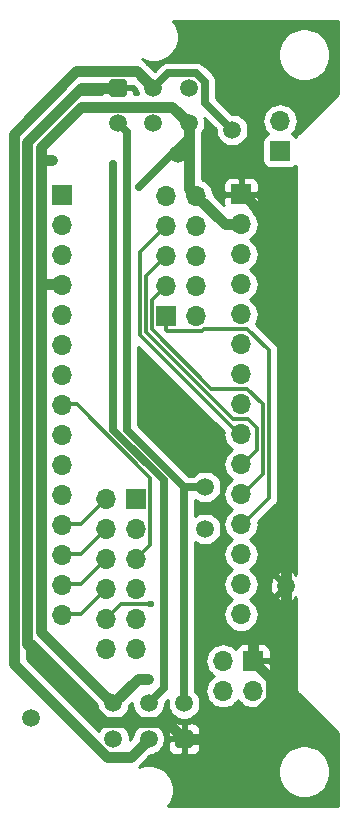
<source format=gbr>
G04 #@! TF.GenerationSoftware,KiCad,Pcbnew,(5.1.4)-1*
G04 #@! TF.CreationDate,2020-11-06T11:21:54-07:00*
G04 #@! TF.ProjectId,ABSIS_Nano,41425349-535f-44e6-916e-6f2e6b696361,1*
G04 #@! TF.SameCoordinates,Original*
G04 #@! TF.FileFunction,Copper,L2,Bot*
G04 #@! TF.FilePolarity,Positive*
%FSLAX46Y46*%
G04 Gerber Fmt 4.6, Leading zero omitted, Abs format (unit mm)*
G04 Created by KiCad (PCBNEW (5.1.4)-1) date 2020-11-06 11:21:54*
%MOMM*%
%LPD*%
G04 APERTURE LIST*
%ADD10O,1.700000X1.700000*%
%ADD11R,1.700000X1.700000*%
%ADD12C,0.100000*%
%ADD13C,1.500000*%
%ADD14C,0.600000*%
%ADD15C,0.914400*%
%ADD16C,0.635000*%
%ADD17C,0.304800*%
%ADD18C,0.254000*%
G04 APERTURE END LIST*
D10*
X139547600Y-106883200D03*
X139547600Y-104343200D03*
X139547600Y-101803200D03*
X139547600Y-99263200D03*
X139547600Y-96723200D03*
X139547600Y-94183200D03*
X139547600Y-91643200D03*
X139547600Y-89103200D03*
X139547600Y-86563200D03*
X139547600Y-84023200D03*
X139547600Y-81483200D03*
X139547600Y-78943200D03*
X139547600Y-76403200D03*
X139547600Y-73863200D03*
D11*
X139547600Y-71323200D03*
D10*
X154686000Y-106807000D03*
X154686000Y-104267000D03*
X154686000Y-101727000D03*
X154686000Y-99187000D03*
X154686000Y-96647000D03*
X154686000Y-94107000D03*
X154686000Y-91567000D03*
X154686000Y-89027000D03*
X154686000Y-86487000D03*
X154686000Y-83947000D03*
X154686000Y-81407000D03*
X154686000Y-78867000D03*
X154686000Y-76327000D03*
X154686000Y-73787000D03*
D11*
X154686000Y-71247000D03*
D12*
G36*
X144796504Y-61481204D02*
G01*
X144820773Y-61484804D01*
X144844571Y-61490765D01*
X144867671Y-61499030D01*
X144889849Y-61509520D01*
X144910893Y-61522133D01*
X144930598Y-61536747D01*
X144948777Y-61553223D01*
X144965253Y-61571402D01*
X144979867Y-61591107D01*
X144992480Y-61612151D01*
X145002970Y-61634329D01*
X145011235Y-61657429D01*
X145017196Y-61681227D01*
X145020796Y-61705496D01*
X145022000Y-61730000D01*
X145022000Y-62730000D01*
X145020796Y-62754504D01*
X145017196Y-62778773D01*
X145011235Y-62802571D01*
X145002970Y-62825671D01*
X144992480Y-62847849D01*
X144979867Y-62868893D01*
X144965253Y-62888598D01*
X144948777Y-62906777D01*
X144930598Y-62923253D01*
X144910893Y-62937867D01*
X144889849Y-62950480D01*
X144867671Y-62960970D01*
X144844571Y-62969235D01*
X144820773Y-62975196D01*
X144796504Y-62978796D01*
X144772000Y-62980000D01*
X143772000Y-62980000D01*
X143747496Y-62978796D01*
X143723227Y-62975196D01*
X143699429Y-62969235D01*
X143676329Y-62960970D01*
X143654151Y-62950480D01*
X143633107Y-62937867D01*
X143613402Y-62923253D01*
X143595223Y-62906777D01*
X143578747Y-62888598D01*
X143564133Y-62868893D01*
X143551520Y-62847849D01*
X143541030Y-62825671D01*
X143532765Y-62802571D01*
X143526804Y-62778773D01*
X143523204Y-62754504D01*
X143522000Y-62730000D01*
X143522000Y-61730000D01*
X143523204Y-61705496D01*
X143526804Y-61681227D01*
X143532765Y-61657429D01*
X143541030Y-61634329D01*
X143551520Y-61612151D01*
X143564133Y-61591107D01*
X143578747Y-61571402D01*
X143595223Y-61553223D01*
X143613402Y-61536747D01*
X143633107Y-61522133D01*
X143654151Y-61509520D01*
X143676329Y-61499030D01*
X143699429Y-61490765D01*
X143723227Y-61484804D01*
X143747496Y-61481204D01*
X143772000Y-61480000D01*
X144772000Y-61480000D01*
X144796504Y-61481204D01*
X144796504Y-61481204D01*
G37*
D13*
X144272000Y-62230000D03*
X147272000Y-62230000D03*
X150272000Y-62230000D03*
X144272000Y-65230000D03*
X147272000Y-65230000D03*
X150272000Y-65230000D03*
X143860000Y-114348000D03*
X146860000Y-114348000D03*
X149860000Y-114348000D03*
X143860000Y-117348000D03*
X146860000Y-117348000D03*
D12*
G36*
X150384504Y-116599204D02*
G01*
X150408773Y-116602804D01*
X150432571Y-116608765D01*
X150455671Y-116617030D01*
X150477849Y-116627520D01*
X150498893Y-116640133D01*
X150518598Y-116654747D01*
X150536777Y-116671223D01*
X150553253Y-116689402D01*
X150567867Y-116709107D01*
X150580480Y-116730151D01*
X150590970Y-116752329D01*
X150599235Y-116775429D01*
X150605196Y-116799227D01*
X150608796Y-116823496D01*
X150610000Y-116848000D01*
X150610000Y-117848000D01*
X150608796Y-117872504D01*
X150605196Y-117896773D01*
X150599235Y-117920571D01*
X150590970Y-117943671D01*
X150580480Y-117965849D01*
X150567867Y-117986893D01*
X150553253Y-118006598D01*
X150536777Y-118024777D01*
X150518598Y-118041253D01*
X150498893Y-118055867D01*
X150477849Y-118068480D01*
X150455671Y-118078970D01*
X150432571Y-118087235D01*
X150408773Y-118093196D01*
X150384504Y-118096796D01*
X150360000Y-118098000D01*
X149360000Y-118098000D01*
X149335496Y-118096796D01*
X149311227Y-118093196D01*
X149287429Y-118087235D01*
X149264329Y-118078970D01*
X149242151Y-118068480D01*
X149221107Y-118055867D01*
X149201402Y-118041253D01*
X149183223Y-118024777D01*
X149166747Y-118006598D01*
X149152133Y-117986893D01*
X149139520Y-117965849D01*
X149129030Y-117943671D01*
X149120765Y-117920571D01*
X149114804Y-117896773D01*
X149111204Y-117872504D01*
X149110000Y-117848000D01*
X149110000Y-116848000D01*
X149111204Y-116823496D01*
X149114804Y-116799227D01*
X149120765Y-116775429D01*
X149129030Y-116752329D01*
X149139520Y-116730151D01*
X149152133Y-116709107D01*
X149166747Y-116689402D01*
X149183223Y-116671223D01*
X149201402Y-116654747D01*
X149221107Y-116640133D01*
X149242151Y-116627520D01*
X149264329Y-116617030D01*
X149287429Y-116608765D01*
X149311227Y-116602804D01*
X149335496Y-116599204D01*
X149360000Y-116598000D01*
X150360000Y-116598000D01*
X150384504Y-116599204D01*
X150384504Y-116599204D01*
G37*
D13*
X149860000Y-117348000D03*
D11*
X145796000Y-97028000D03*
D10*
X143256000Y-97028000D03*
X145796000Y-99568000D03*
X143256000Y-99568000D03*
X145796000Y-102108000D03*
X143256000Y-102108000D03*
X145796000Y-104648000D03*
X143256000Y-104648000D03*
X145796000Y-107188000D03*
X143256000Y-107188000D03*
X145796000Y-109728000D03*
X143256000Y-109728000D03*
D11*
X148336000Y-81534000D03*
D10*
X150876000Y-81534000D03*
X148336000Y-78994000D03*
X150876000Y-78994000D03*
X148336000Y-76454000D03*
X150876000Y-76454000D03*
X148336000Y-73914000D03*
X150876000Y-73914000D03*
X148336000Y-71374000D03*
X150876000Y-71374000D03*
D11*
X155702000Y-110744000D03*
D10*
X153162000Y-110744000D03*
X155702000Y-113284000D03*
X153162000Y-113284000D03*
D11*
X157988000Y-67564000D03*
D10*
X157988000Y-65024000D03*
D13*
X158496000Y-104394000D03*
X153924000Y-65786000D03*
X136906000Y-115570000D03*
X149352000Y-67818000D03*
X151638000Y-96012000D03*
X151638000Y-99568000D03*
D14*
X146812000Y-112268000D03*
X138684000Y-68326000D03*
X147066000Y-105918000D03*
X145034000Y-69088000D03*
X143843000Y-68659000D03*
X148127501Y-99522499D03*
D15*
X148864799Y-63822799D02*
X141155201Y-63822799D01*
X150272000Y-65230000D02*
X148864799Y-63822799D01*
X143110001Y-113598001D02*
X143860000Y-114348000D01*
X137772790Y-108260790D02*
X143110001Y-113598001D01*
X141155201Y-63822799D02*
X137772790Y-67205210D01*
X145940000Y-112268000D02*
X143860000Y-114348000D01*
X146812000Y-112268000D02*
X145940000Y-112268000D01*
X153289000Y-73787000D02*
X150876000Y-71374000D01*
X154686000Y-73787000D02*
X153289000Y-73787000D01*
X150272000Y-70770000D02*
X150876000Y-71374000D01*
D16*
X150272000Y-65230000D02*
X150272000Y-66390000D01*
X150272000Y-66390000D02*
X146968499Y-69693501D01*
X146968499Y-69693501D02*
X146050000Y-70612000D01*
D15*
X137795000Y-78867000D02*
X137772790Y-78844790D01*
X139446000Y-78867000D02*
X137795000Y-78867000D01*
X137772790Y-78844790D02*
X137772790Y-108260790D01*
X137922000Y-68326000D02*
X137772790Y-68176790D01*
X138684000Y-68326000D02*
X137922000Y-68326000D01*
X137772790Y-67205210D02*
X137772790Y-68176790D01*
X137772790Y-68176790D02*
X137772790Y-78844790D01*
D16*
X150176000Y-67818000D02*
X150272000Y-67914000D01*
X149352000Y-67818000D02*
X150176000Y-67818000D01*
D15*
X150272000Y-65230000D02*
X150272000Y-67914000D01*
X150272000Y-67914000D02*
X150272000Y-70770000D01*
D17*
X146645999Y-101258001D02*
X145796000Y-102108000D01*
X146998401Y-100905599D02*
X146645999Y-101258001D01*
X146998401Y-95258601D02*
X146998401Y-100905599D01*
X139446000Y-89027000D02*
X140766800Y-89027000D01*
X140766800Y-89027000D02*
X146998401Y-95258601D01*
X141097000Y-99187000D02*
X143256000Y-97028000D01*
X139446000Y-99187000D02*
X141097000Y-99187000D01*
X141097000Y-101727000D02*
X143256000Y-99568000D01*
X139446000Y-101727000D02*
X141097000Y-101727000D01*
X154533600Y-91567000D02*
X146123978Y-83157378D01*
X154686000Y-91567000D02*
X154533600Y-91567000D01*
X147486001Y-74763999D02*
X148336000Y-73914000D01*
X146123978Y-76126022D02*
X147486001Y-74763999D01*
X146123978Y-83157378D02*
X146123978Y-76126022D01*
X156054408Y-92890992D02*
X156054408Y-91030408D01*
X146628788Y-78161212D02*
X147486001Y-77303999D01*
X147486001Y-77303999D02*
X148336000Y-76454000D01*
X146628788Y-82875020D02*
X146628788Y-78161212D01*
X155267010Y-90243010D02*
X153996778Y-90243010D01*
X153996778Y-90243010D02*
X146628788Y-82875020D01*
X156054408Y-91030408D02*
X155267010Y-90243010D01*
X154838400Y-94107000D02*
X156054408Y-92890992D01*
X154686000Y-94107000D02*
X154838400Y-94107000D01*
X154838400Y-96647000D02*
X156559219Y-94926181D01*
X156559219Y-89028122D02*
X155234107Y-87703010D01*
X155234107Y-87703010D02*
X152170688Y-87703010D01*
X152170688Y-87703010D02*
X147133599Y-82665921D01*
X156559219Y-94926181D02*
X156559219Y-89028122D01*
X147486001Y-79843999D02*
X148336000Y-78994000D01*
X154686000Y-96647000D02*
X154838400Y-96647000D01*
X147133599Y-80196401D02*
X147486001Y-79843999D01*
X147133599Y-82665921D02*
X147133599Y-80196401D01*
X157064030Y-84452933D02*
X155234107Y-82623010D01*
X157064030Y-96961370D02*
X157064030Y-84452933D01*
X154838400Y-99187000D02*
X157064030Y-96961370D01*
X154686000Y-99187000D02*
X154838400Y-99187000D01*
X151566544Y-82623010D02*
X151385554Y-82804000D01*
X155234107Y-82623010D02*
X151566544Y-82623010D01*
X148336000Y-82688800D02*
X148336000Y-81534000D01*
X148451200Y-82804000D02*
X148336000Y-82688800D01*
X151385554Y-82804000D02*
X148451200Y-82804000D01*
X144526000Y-105918000D02*
X143256000Y-107188000D01*
X147066000Y-105918000D02*
X144526000Y-105918000D01*
X141097000Y-104267000D02*
X143256000Y-102108000D01*
X139446000Y-104267000D02*
X141097000Y-104267000D01*
X141097000Y-106807000D02*
X143256000Y-104648000D01*
X139446000Y-106807000D02*
X141097000Y-106807000D01*
D15*
X141171986Y-62230000D02*
X136553590Y-66848396D01*
X136553590Y-66848396D02*
X136553590Y-109309846D01*
X143184543Y-115940799D02*
X148452799Y-115940799D01*
X149112513Y-116600513D02*
X149860000Y-117348000D01*
X148452799Y-115940799D02*
X149112513Y-116600513D01*
X136553590Y-109309846D02*
X143184543Y-115940799D01*
X144272000Y-62230000D02*
X141171986Y-62230000D01*
X157209201Y-112251201D02*
X155702000Y-110744000D01*
X157209201Y-114007457D02*
X157209201Y-112251201D01*
X153868658Y-117348000D02*
X157209201Y-114007457D01*
X149860000Y-117348000D02*
X153868658Y-117348000D01*
X155702000Y-108979600D02*
X158496000Y-106185600D01*
X155702000Y-110744000D02*
X155702000Y-108979600D01*
X154838400Y-71247000D02*
X154686000Y-71247000D01*
X158496000Y-74904600D02*
X154838400Y-71247000D01*
X158496000Y-106185600D02*
X158496000Y-74904600D01*
X140749181Y-60822790D02*
X135439179Y-66132792D01*
X135439179Y-66132792D02*
X135439179Y-111009837D01*
X135439179Y-111009837D02*
X143301342Y-118872000D01*
X145864790Y-60822790D02*
X140749181Y-60822790D01*
X145336000Y-118872000D02*
X146110001Y-118097999D01*
X146110001Y-118097999D02*
X146860000Y-117348000D01*
X147272000Y-62230000D02*
X145864790Y-60822790D01*
X143301342Y-118872000D02*
X145336000Y-118872000D01*
D16*
X148021999Y-61480001D02*
X147272000Y-62230000D01*
X148539501Y-60962499D02*
X148021999Y-61480001D01*
X150880401Y-60962499D02*
X148539501Y-60962499D01*
X151635501Y-61717599D02*
X150880401Y-60962499D01*
X151635501Y-63497501D02*
X151635501Y-61717599D01*
X153924000Y-65786000D02*
X151635501Y-63497501D01*
X145034000Y-65992000D02*
X144272000Y-65230000D01*
X145034000Y-69088000D02*
X145034000Y-65992000D01*
X149860000Y-113287340D02*
X149860000Y-114348000D01*
X149860000Y-95991920D02*
X149860000Y-113287340D01*
X145034000Y-91165920D02*
X149860000Y-95991920D01*
X145034000Y-69088000D02*
X145034000Y-91165920D01*
X149880080Y-96012000D02*
X149860000Y-95991920D01*
X151638000Y-96012000D02*
X149880080Y-96012000D01*
X143843000Y-68659000D02*
X143843000Y-91155804D01*
X143843000Y-91155804D02*
X148127501Y-95440305D01*
X148127501Y-95440305D02*
X148127501Y-113080499D01*
X147609999Y-113598001D02*
X146860000Y-114348000D01*
X148127501Y-113080499D02*
X147609999Y-113598001D01*
D18*
G36*
X162891001Y-62708263D02*
G01*
X159559418Y-66039846D01*
X159533289Y-66061290D01*
X159511846Y-66087418D01*
X159511840Y-66087424D01*
X159481415Y-66124498D01*
X159447688Y-66165594D01*
X159384081Y-66284595D01*
X159377649Y-66305799D01*
X159363295Y-66353118D01*
X159289185Y-66262815D01*
X159192494Y-66183463D01*
X159082180Y-66124498D01*
X159013313Y-66103607D01*
X159043134Y-66079134D01*
X159228706Y-65853014D01*
X159366599Y-65595034D01*
X159451513Y-65315111D01*
X159480185Y-65024000D01*
X159451513Y-64732889D01*
X159366599Y-64452966D01*
X159228706Y-64194986D01*
X159043134Y-63968866D01*
X158817014Y-63783294D01*
X158559034Y-63645401D01*
X158279111Y-63560487D01*
X158060950Y-63539000D01*
X157915050Y-63539000D01*
X157696889Y-63560487D01*
X157416966Y-63645401D01*
X157158986Y-63783294D01*
X156932866Y-63968866D01*
X156747294Y-64194986D01*
X156609401Y-64452966D01*
X156524487Y-64732889D01*
X156495815Y-65024000D01*
X156524487Y-65315111D01*
X156609401Y-65595034D01*
X156747294Y-65853014D01*
X156932866Y-66079134D01*
X156962687Y-66103607D01*
X156893820Y-66124498D01*
X156783506Y-66183463D01*
X156686815Y-66262815D01*
X156607463Y-66359506D01*
X156548498Y-66469820D01*
X156512188Y-66589518D01*
X156499928Y-66714000D01*
X156499928Y-68414000D01*
X156512188Y-68538482D01*
X156548498Y-68658180D01*
X156607463Y-68768494D01*
X156686815Y-68865185D01*
X156783506Y-68944537D01*
X156893820Y-69003502D01*
X157013518Y-69039812D01*
X157138000Y-69052072D01*
X158838000Y-69052072D01*
X158962482Y-69039812D01*
X159082180Y-69003502D01*
X159192494Y-68944537D01*
X159289185Y-68865185D01*
X159335000Y-68809359D01*
X159335001Y-103375391D01*
X159273387Y-103437005D01*
X159207863Y-103198140D01*
X158960884Y-103082240D01*
X158696040Y-103016750D01*
X158423508Y-103004188D01*
X158153762Y-103045035D01*
X157897168Y-103137723D01*
X157784137Y-103198140D01*
X157718612Y-103437007D01*
X158496000Y-104214395D01*
X158510143Y-104200253D01*
X158689748Y-104379858D01*
X158675605Y-104394000D01*
X158689748Y-104408143D01*
X158510143Y-104587748D01*
X158496000Y-104573605D01*
X157718612Y-105350993D01*
X157784137Y-105589860D01*
X158031116Y-105705760D01*
X158295960Y-105771250D01*
X158568492Y-105783812D01*
X158838238Y-105742965D01*
X159094832Y-105650277D01*
X159207863Y-105589860D01*
X159273387Y-105350995D01*
X159335001Y-105412609D01*
X159335001Y-112996351D01*
X159331687Y-113030000D01*
X159344912Y-113164283D01*
X159380605Y-113281943D01*
X159384082Y-113293406D01*
X159447689Y-113412407D01*
X159472175Y-113442243D01*
X159511840Y-113490576D01*
X159511847Y-113490583D01*
X159533290Y-113516711D01*
X159559418Y-113538154D01*
X162891001Y-116869737D01*
X162891000Y-123013000D01*
X148529042Y-123013000D01*
X148752012Y-122679302D01*
X148912953Y-122290756D01*
X148995000Y-121878279D01*
X148995000Y-121457721D01*
X148912953Y-121045244D01*
X148752012Y-120656698D01*
X148518363Y-120307017D01*
X148220983Y-120009637D01*
X148089634Y-119921872D01*
X157785000Y-119921872D01*
X157785000Y-120362128D01*
X157870890Y-120793925D01*
X158039369Y-121200669D01*
X158283962Y-121566729D01*
X158595271Y-121878038D01*
X158961331Y-122122631D01*
X159368075Y-122291110D01*
X159799872Y-122377000D01*
X160240128Y-122377000D01*
X160671925Y-122291110D01*
X161078669Y-122122631D01*
X161444729Y-121878038D01*
X161756038Y-121566729D01*
X162000631Y-121200669D01*
X162169110Y-120793925D01*
X162255000Y-120362128D01*
X162255000Y-119921872D01*
X162169110Y-119490075D01*
X162000631Y-119083331D01*
X161756038Y-118717271D01*
X161444729Y-118405962D01*
X161078669Y-118161369D01*
X160671925Y-117992890D01*
X160240128Y-117907000D01*
X159799872Y-117907000D01*
X159368075Y-117992890D01*
X158961331Y-118161369D01*
X158595271Y-118405962D01*
X158283962Y-118717271D01*
X158039369Y-119083331D01*
X157870890Y-119490075D01*
X157785000Y-119921872D01*
X148089634Y-119921872D01*
X147871302Y-119775988D01*
X147482756Y-119615047D01*
X147070279Y-119533000D01*
X146649721Y-119533000D01*
X146237244Y-119615047D01*
X146065611Y-119686140D01*
X146112038Y-119648038D01*
X146146239Y-119606364D01*
X146920238Y-118832366D01*
X146920242Y-118832361D01*
X147025362Y-118727241D01*
X147263989Y-118679775D01*
X147516043Y-118575371D01*
X147742886Y-118423799D01*
X147935799Y-118230886D01*
X148024590Y-118098000D01*
X148471928Y-118098000D01*
X148484188Y-118222482D01*
X148520498Y-118342180D01*
X148579463Y-118452494D01*
X148658815Y-118549185D01*
X148755506Y-118628537D01*
X148865820Y-118687502D01*
X148985518Y-118723812D01*
X149110000Y-118736072D01*
X149574250Y-118733000D01*
X149733000Y-118574250D01*
X149733000Y-117475000D01*
X149987000Y-117475000D01*
X149987000Y-118574250D01*
X150145750Y-118733000D01*
X150610000Y-118736072D01*
X150734482Y-118723812D01*
X150854180Y-118687502D01*
X150964494Y-118628537D01*
X151061185Y-118549185D01*
X151140537Y-118452494D01*
X151199502Y-118342180D01*
X151235812Y-118222482D01*
X151248072Y-118098000D01*
X151245000Y-117633750D01*
X151086250Y-117475000D01*
X149987000Y-117475000D01*
X149733000Y-117475000D01*
X148633750Y-117475000D01*
X148475000Y-117633750D01*
X148471928Y-118098000D01*
X148024590Y-118098000D01*
X148087371Y-118004043D01*
X148191775Y-117751989D01*
X148245000Y-117484411D01*
X148245000Y-117211589D01*
X148191775Y-116944011D01*
X148087371Y-116691957D01*
X148024591Y-116598000D01*
X148471928Y-116598000D01*
X148475000Y-117062250D01*
X148633750Y-117221000D01*
X149733000Y-117221000D01*
X149733000Y-116121750D01*
X149987000Y-116121750D01*
X149987000Y-117221000D01*
X151086250Y-117221000D01*
X151245000Y-117062250D01*
X151248072Y-116598000D01*
X151235812Y-116473518D01*
X151199502Y-116353820D01*
X151140537Y-116243506D01*
X151061185Y-116146815D01*
X150964494Y-116067463D01*
X150854180Y-116008498D01*
X150734482Y-115972188D01*
X150610000Y-115959928D01*
X150145750Y-115963000D01*
X149987000Y-116121750D01*
X149733000Y-116121750D01*
X149574250Y-115963000D01*
X149110000Y-115959928D01*
X148985518Y-115972188D01*
X148865820Y-116008498D01*
X148755506Y-116067463D01*
X148658815Y-116146815D01*
X148579463Y-116243506D01*
X148520498Y-116353820D01*
X148484188Y-116473518D01*
X148471928Y-116598000D01*
X148024591Y-116598000D01*
X147935799Y-116465114D01*
X147742886Y-116272201D01*
X147516043Y-116120629D01*
X147263989Y-116016225D01*
X146996411Y-115963000D01*
X146723589Y-115963000D01*
X146456011Y-116016225D01*
X146203957Y-116120629D01*
X145977114Y-116272201D01*
X145784201Y-116465114D01*
X145632629Y-116691957D01*
X145528225Y-116944011D01*
X145480759Y-117182638D01*
X145375639Y-117287758D01*
X145375634Y-117287762D01*
X145245000Y-117418396D01*
X145245000Y-117211589D01*
X145191775Y-116944011D01*
X145087371Y-116691957D01*
X144935799Y-116465114D01*
X144742886Y-116272201D01*
X144516043Y-116120629D01*
X144263989Y-116016225D01*
X143996411Y-115963000D01*
X143723589Y-115963000D01*
X143456011Y-116016225D01*
X143203957Y-116120629D01*
X142977114Y-116272201D01*
X142784201Y-116465114D01*
X142645957Y-116672011D01*
X136531379Y-110557434D01*
X136531379Y-66585195D01*
X141201585Y-61914990D01*
X142886806Y-61914990D01*
X142887000Y-61944250D01*
X143045750Y-62103000D01*
X144145000Y-62103000D01*
X144145000Y-62083000D01*
X144399000Y-62083000D01*
X144399000Y-62103000D01*
X145498250Y-62103000D01*
X145549323Y-62051927D01*
X145892759Y-62395362D01*
X145940225Y-62633989D01*
X145980242Y-62730599D01*
X145658422Y-62730599D01*
X145657000Y-62515750D01*
X145498250Y-62357000D01*
X144399000Y-62357000D01*
X144399000Y-62377000D01*
X144145000Y-62377000D01*
X144145000Y-62357000D01*
X143045750Y-62357000D01*
X142887000Y-62515750D01*
X142885578Y-62730599D01*
X141208842Y-62730599D01*
X141155201Y-62725316D01*
X141101560Y-62730599D01*
X141101552Y-62730599D01*
X140941092Y-62746403D01*
X140735212Y-62808856D01*
X140545472Y-62910274D01*
X140428784Y-63006038D01*
X140379163Y-63046761D01*
X140344966Y-63088430D01*
X137038427Y-66394970D01*
X136996752Y-66429172D01*
X136860265Y-66595481D01*
X136774323Y-66756269D01*
X136758847Y-66785222D01*
X136709133Y-66949108D01*
X136696394Y-66991102D01*
X136680590Y-67151562D01*
X136680590Y-67151569D01*
X136675307Y-67205210D01*
X136680590Y-67258851D01*
X136680590Y-68123149D01*
X136675307Y-68176790D01*
X136680590Y-68230432D01*
X136680591Y-78791132D01*
X136680590Y-78791142D01*
X136680590Y-78791149D01*
X136675307Y-78844790D01*
X136680590Y-78898432D01*
X136680591Y-108207138D01*
X136675307Y-108260790D01*
X136696394Y-108474899D01*
X136758847Y-108680778D01*
X136758848Y-108680779D01*
X136860266Y-108870519D01*
X136996753Y-109036828D01*
X137038422Y-109071025D01*
X142375634Y-114408238D01*
X142375639Y-114408242D01*
X142480759Y-114513362D01*
X142528225Y-114751989D01*
X142632629Y-115004043D01*
X142784201Y-115230886D01*
X142977114Y-115423799D01*
X143203957Y-115575371D01*
X143456011Y-115679775D01*
X143723589Y-115733000D01*
X143996411Y-115733000D01*
X144263989Y-115679775D01*
X144516043Y-115575371D01*
X144742886Y-115423799D01*
X144935799Y-115230886D01*
X145087371Y-115004043D01*
X145191775Y-114751989D01*
X145239241Y-114513362D01*
X145475000Y-114277603D01*
X145475000Y-114484411D01*
X145528225Y-114751989D01*
X145632629Y-115004043D01*
X145784201Y-115230886D01*
X145977114Y-115423799D01*
X146203957Y-115575371D01*
X146456011Y-115679775D01*
X146723589Y-115733000D01*
X146996411Y-115733000D01*
X147263989Y-115679775D01*
X147516043Y-115575371D01*
X147742886Y-115423799D01*
X147935799Y-115230886D01*
X148087371Y-115004043D01*
X148191775Y-114751989D01*
X148245000Y-114484411D01*
X148245000Y-114310039D01*
X148316600Y-114238439D01*
X148316605Y-114238433D01*
X148507665Y-114047373D01*
X148475000Y-114211589D01*
X148475000Y-114484411D01*
X148528225Y-114751989D01*
X148632629Y-115004043D01*
X148784201Y-115230886D01*
X148977114Y-115423799D01*
X149203957Y-115575371D01*
X149456011Y-115679775D01*
X149723589Y-115733000D01*
X149996411Y-115733000D01*
X150263989Y-115679775D01*
X150516043Y-115575371D01*
X150742886Y-115423799D01*
X150935799Y-115230886D01*
X151087371Y-115004043D01*
X151191775Y-114751989D01*
X151245000Y-114484411D01*
X151245000Y-114211589D01*
X151191775Y-113944011D01*
X151087371Y-113691957D01*
X150935799Y-113465114D01*
X150812500Y-113341815D01*
X150812500Y-110744000D01*
X151669815Y-110744000D01*
X151698487Y-111035111D01*
X151783401Y-111315034D01*
X151921294Y-111573014D01*
X152106866Y-111799134D01*
X152332986Y-111984706D01*
X152387791Y-112014000D01*
X152332986Y-112043294D01*
X152106866Y-112228866D01*
X151921294Y-112454986D01*
X151783401Y-112712966D01*
X151698487Y-112992889D01*
X151669815Y-113284000D01*
X151698487Y-113575111D01*
X151783401Y-113855034D01*
X151921294Y-114113014D01*
X152106866Y-114339134D01*
X152332986Y-114524706D01*
X152590966Y-114662599D01*
X152870889Y-114747513D01*
X153089050Y-114769000D01*
X153234950Y-114769000D01*
X153453111Y-114747513D01*
X153733034Y-114662599D01*
X153991014Y-114524706D01*
X154217134Y-114339134D01*
X154402706Y-114113014D01*
X154432000Y-114058209D01*
X154461294Y-114113014D01*
X154646866Y-114339134D01*
X154872986Y-114524706D01*
X155130966Y-114662599D01*
X155410889Y-114747513D01*
X155629050Y-114769000D01*
X155774950Y-114769000D01*
X155993111Y-114747513D01*
X156273034Y-114662599D01*
X156531014Y-114524706D01*
X156757134Y-114339134D01*
X156942706Y-114113014D01*
X157080599Y-113855034D01*
X157165513Y-113575111D01*
X157194185Y-113284000D01*
X157165513Y-112992889D01*
X157080599Y-112712966D01*
X156942706Y-112454986D01*
X156757134Y-112228866D01*
X156727313Y-112204393D01*
X156796180Y-112183502D01*
X156906494Y-112124537D01*
X157003185Y-112045185D01*
X157082537Y-111948494D01*
X157141502Y-111838180D01*
X157177812Y-111718482D01*
X157190072Y-111594000D01*
X157187000Y-111029750D01*
X157028250Y-110871000D01*
X155829000Y-110871000D01*
X155829000Y-110891000D01*
X155575000Y-110891000D01*
X155575000Y-110871000D01*
X155555000Y-110871000D01*
X155555000Y-110617000D01*
X155575000Y-110617000D01*
X155575000Y-109417750D01*
X155829000Y-109417750D01*
X155829000Y-110617000D01*
X157028250Y-110617000D01*
X157187000Y-110458250D01*
X157190072Y-109894000D01*
X157177812Y-109769518D01*
X157141502Y-109649820D01*
X157082537Y-109539506D01*
X157003185Y-109442815D01*
X156906494Y-109363463D01*
X156796180Y-109304498D01*
X156676482Y-109268188D01*
X156552000Y-109255928D01*
X155987750Y-109259000D01*
X155829000Y-109417750D01*
X155575000Y-109417750D01*
X155416250Y-109259000D01*
X154852000Y-109255928D01*
X154727518Y-109268188D01*
X154607820Y-109304498D01*
X154497506Y-109363463D01*
X154400815Y-109442815D01*
X154321463Y-109539506D01*
X154262498Y-109649820D01*
X154241607Y-109718687D01*
X154217134Y-109688866D01*
X153991014Y-109503294D01*
X153733034Y-109365401D01*
X153453111Y-109280487D01*
X153234950Y-109259000D01*
X153089050Y-109259000D01*
X152870889Y-109280487D01*
X152590966Y-109365401D01*
X152332986Y-109503294D01*
X152106866Y-109688866D01*
X151921294Y-109914986D01*
X151783401Y-110172966D01*
X151698487Y-110452889D01*
X151669815Y-110744000D01*
X150812500Y-110744000D01*
X150812500Y-100682143D01*
X150981957Y-100795371D01*
X151234011Y-100899775D01*
X151501589Y-100953000D01*
X151774411Y-100953000D01*
X152041989Y-100899775D01*
X152294043Y-100795371D01*
X152520886Y-100643799D01*
X152713799Y-100450886D01*
X152865371Y-100224043D01*
X152969775Y-99971989D01*
X153023000Y-99704411D01*
X153023000Y-99431589D01*
X152969775Y-99164011D01*
X152865371Y-98911957D01*
X152713799Y-98685114D01*
X152520886Y-98492201D01*
X152294043Y-98340629D01*
X152041989Y-98236225D01*
X151774411Y-98183000D01*
X151501589Y-98183000D01*
X151234011Y-98236225D01*
X150981957Y-98340629D01*
X150812500Y-98453857D01*
X150812500Y-97126143D01*
X150981957Y-97239371D01*
X151234011Y-97343775D01*
X151501589Y-97397000D01*
X151774411Y-97397000D01*
X152041989Y-97343775D01*
X152294043Y-97239371D01*
X152520886Y-97087799D01*
X152713799Y-96894886D01*
X152865371Y-96668043D01*
X152969775Y-96415989D01*
X153023000Y-96148411D01*
X153023000Y-95875589D01*
X152969775Y-95608011D01*
X152865371Y-95355957D01*
X152713799Y-95129114D01*
X152520886Y-94936201D01*
X152294043Y-94784629D01*
X152041989Y-94680225D01*
X151774411Y-94627000D01*
X151501589Y-94627000D01*
X151234011Y-94680225D01*
X150981957Y-94784629D01*
X150755114Y-94936201D01*
X150631815Y-95059500D01*
X150274618Y-95059500D01*
X145986500Y-90771382D01*
X145986500Y-84133450D01*
X153214099Y-91361051D01*
X153193815Y-91567000D01*
X153222487Y-91858111D01*
X153307401Y-92138034D01*
X153445294Y-92396014D01*
X153630866Y-92622134D01*
X153856986Y-92807706D01*
X153911791Y-92837000D01*
X153856986Y-92866294D01*
X153630866Y-93051866D01*
X153445294Y-93277986D01*
X153307401Y-93535966D01*
X153222487Y-93815889D01*
X153193815Y-94107000D01*
X153222487Y-94398111D01*
X153307401Y-94678034D01*
X153445294Y-94936014D01*
X153630866Y-95162134D01*
X153856986Y-95347706D01*
X153911791Y-95377000D01*
X153856986Y-95406294D01*
X153630866Y-95591866D01*
X153445294Y-95817986D01*
X153307401Y-96075966D01*
X153222487Y-96355889D01*
X153193815Y-96647000D01*
X153222487Y-96938111D01*
X153307401Y-97218034D01*
X153445294Y-97476014D01*
X153630866Y-97702134D01*
X153856986Y-97887706D01*
X153911791Y-97917000D01*
X153856986Y-97946294D01*
X153630866Y-98131866D01*
X153445294Y-98357986D01*
X153307401Y-98615966D01*
X153222487Y-98895889D01*
X153193815Y-99187000D01*
X153222487Y-99478111D01*
X153307401Y-99758034D01*
X153445294Y-100016014D01*
X153630866Y-100242134D01*
X153856986Y-100427706D01*
X153911791Y-100457000D01*
X153856986Y-100486294D01*
X153630866Y-100671866D01*
X153445294Y-100897986D01*
X153307401Y-101155966D01*
X153222487Y-101435889D01*
X153193815Y-101727000D01*
X153222487Y-102018111D01*
X153307401Y-102298034D01*
X153445294Y-102556014D01*
X153630866Y-102782134D01*
X153856986Y-102967706D01*
X153911791Y-102997000D01*
X153856986Y-103026294D01*
X153630866Y-103211866D01*
X153445294Y-103437986D01*
X153307401Y-103695966D01*
X153222487Y-103975889D01*
X153193815Y-104267000D01*
X153222487Y-104558111D01*
X153307401Y-104838034D01*
X153445294Y-105096014D01*
X153630866Y-105322134D01*
X153856986Y-105507706D01*
X153911791Y-105537000D01*
X153856986Y-105566294D01*
X153630866Y-105751866D01*
X153445294Y-105977986D01*
X153307401Y-106235966D01*
X153222487Y-106515889D01*
X153193815Y-106807000D01*
X153222487Y-107098111D01*
X153307401Y-107378034D01*
X153445294Y-107636014D01*
X153630866Y-107862134D01*
X153856986Y-108047706D01*
X154114966Y-108185599D01*
X154394889Y-108270513D01*
X154613050Y-108292000D01*
X154758950Y-108292000D01*
X154977111Y-108270513D01*
X155257034Y-108185599D01*
X155515014Y-108047706D01*
X155741134Y-107862134D01*
X155926706Y-107636014D01*
X156064599Y-107378034D01*
X156149513Y-107098111D01*
X156178185Y-106807000D01*
X156149513Y-106515889D01*
X156064599Y-106235966D01*
X155926706Y-105977986D01*
X155741134Y-105751866D01*
X155515014Y-105566294D01*
X155460209Y-105537000D01*
X155515014Y-105507706D01*
X155741134Y-105322134D01*
X155926706Y-105096014D01*
X156064599Y-104838034D01*
X156149513Y-104558111D01*
X156158536Y-104466492D01*
X157106188Y-104466492D01*
X157147035Y-104736238D01*
X157239723Y-104992832D01*
X157300140Y-105105863D01*
X157539007Y-105171388D01*
X158316395Y-104394000D01*
X157539007Y-103616612D01*
X157300140Y-103682137D01*
X157184240Y-103929116D01*
X157118750Y-104193960D01*
X157106188Y-104466492D01*
X156158536Y-104466492D01*
X156178185Y-104267000D01*
X156149513Y-103975889D01*
X156064599Y-103695966D01*
X155926706Y-103437986D01*
X155741134Y-103211866D01*
X155515014Y-103026294D01*
X155460209Y-102997000D01*
X155515014Y-102967706D01*
X155741134Y-102782134D01*
X155926706Y-102556014D01*
X156064599Y-102298034D01*
X156149513Y-102018111D01*
X156178185Y-101727000D01*
X156149513Y-101435889D01*
X156064599Y-101155966D01*
X155926706Y-100897986D01*
X155741134Y-100671866D01*
X155515014Y-100486294D01*
X155460209Y-100457000D01*
X155515014Y-100427706D01*
X155741134Y-100242134D01*
X155926706Y-100016014D01*
X156064599Y-99758034D01*
X156149513Y-99478111D01*
X156178185Y-99187000D01*
X156157901Y-98981050D01*
X157593464Y-97545488D01*
X157623499Y-97520839D01*
X157667214Y-97467573D01*
X157721895Y-97400943D01*
X157721897Y-97400941D01*
X157795012Y-97264153D01*
X157840036Y-97115727D01*
X157851430Y-97000043D01*
X157851430Y-97000034D01*
X157855238Y-96961371D01*
X157851430Y-96922708D01*
X157851430Y-84491596D01*
X157855238Y-84452933D01*
X157851430Y-84414270D01*
X157851430Y-84414260D01*
X157840036Y-84298576D01*
X157795012Y-84150150D01*
X157721896Y-84013360D01*
X157667435Y-83947000D01*
X157623499Y-83893464D01*
X157593458Y-83868810D01*
X155938533Y-82213886D01*
X156064599Y-81978034D01*
X156149513Y-81698111D01*
X156178185Y-81407000D01*
X156149513Y-81115889D01*
X156064599Y-80835966D01*
X155926706Y-80577986D01*
X155741134Y-80351866D01*
X155515014Y-80166294D01*
X155460209Y-80137000D01*
X155515014Y-80107706D01*
X155741134Y-79922134D01*
X155926706Y-79696014D01*
X156064599Y-79438034D01*
X156149513Y-79158111D01*
X156178185Y-78867000D01*
X156149513Y-78575889D01*
X156064599Y-78295966D01*
X155926706Y-78037986D01*
X155741134Y-77811866D01*
X155515014Y-77626294D01*
X155460209Y-77597000D01*
X155515014Y-77567706D01*
X155741134Y-77382134D01*
X155926706Y-77156014D01*
X156064599Y-76898034D01*
X156149513Y-76618111D01*
X156178185Y-76327000D01*
X156149513Y-76035889D01*
X156064599Y-75755966D01*
X155926706Y-75497986D01*
X155741134Y-75271866D01*
X155515014Y-75086294D01*
X155460209Y-75057000D01*
X155515014Y-75027706D01*
X155741134Y-74842134D01*
X155926706Y-74616014D01*
X156064599Y-74358034D01*
X156149513Y-74078111D01*
X156178185Y-73787000D01*
X156149513Y-73495889D01*
X156064599Y-73215966D01*
X155926706Y-72957986D01*
X155741134Y-72731866D01*
X155711313Y-72707393D01*
X155780180Y-72686502D01*
X155890494Y-72627537D01*
X155987185Y-72548185D01*
X156066537Y-72451494D01*
X156125502Y-72341180D01*
X156161812Y-72221482D01*
X156174072Y-72097000D01*
X156171000Y-71532750D01*
X156012250Y-71374000D01*
X154813000Y-71374000D01*
X154813000Y-71394000D01*
X154559000Y-71394000D01*
X154559000Y-71374000D01*
X153359750Y-71374000D01*
X153201000Y-71532750D01*
X153197928Y-72097000D01*
X153203863Y-72157259D01*
X152362458Y-71315855D01*
X152339513Y-71082889D01*
X152254599Y-70802966D01*
X152116706Y-70544986D01*
X151995257Y-70397000D01*
X153197928Y-70397000D01*
X153201000Y-70961250D01*
X153359750Y-71120000D01*
X154559000Y-71120000D01*
X154559000Y-69920750D01*
X154813000Y-69920750D01*
X154813000Y-71120000D01*
X156012250Y-71120000D01*
X156171000Y-70961250D01*
X156174072Y-70397000D01*
X156161812Y-70272518D01*
X156125502Y-70152820D01*
X156066537Y-70042506D01*
X155987185Y-69945815D01*
X155890494Y-69866463D01*
X155780180Y-69807498D01*
X155660482Y-69771188D01*
X155536000Y-69758928D01*
X154971750Y-69762000D01*
X154813000Y-69920750D01*
X154559000Y-69920750D01*
X154400250Y-69762000D01*
X153836000Y-69758928D01*
X153711518Y-69771188D01*
X153591820Y-69807498D01*
X153481506Y-69866463D01*
X153384815Y-69945815D01*
X153305463Y-70042506D01*
X153246498Y-70152820D01*
X153210188Y-70272518D01*
X153197928Y-70397000D01*
X151995257Y-70397000D01*
X151931134Y-70318866D01*
X151705014Y-70133294D01*
X151447034Y-69995401D01*
X151364200Y-69970273D01*
X151364200Y-66088340D01*
X151499371Y-65886043D01*
X151603775Y-65633989D01*
X151657000Y-65366411D01*
X151657000Y-65093589D01*
X151603775Y-64826011D01*
X151594443Y-64803481D01*
X152539000Y-65748038D01*
X152539000Y-65922411D01*
X152592225Y-66189989D01*
X152696629Y-66442043D01*
X152848201Y-66668886D01*
X153041114Y-66861799D01*
X153267957Y-67013371D01*
X153520011Y-67117775D01*
X153787589Y-67171000D01*
X154060411Y-67171000D01*
X154327989Y-67117775D01*
X154580043Y-67013371D01*
X154806886Y-66861799D01*
X154999799Y-66668886D01*
X155151371Y-66442043D01*
X155255775Y-66189989D01*
X155309000Y-65922411D01*
X155309000Y-65649589D01*
X155255775Y-65382011D01*
X155151371Y-65129957D01*
X154999799Y-64903114D01*
X154806886Y-64710201D01*
X154580043Y-64558629D01*
X154327989Y-64454225D01*
X154060411Y-64401000D01*
X153886038Y-64401000D01*
X152588001Y-63102963D01*
X152588001Y-61764384D01*
X152592609Y-61717599D01*
X152578461Y-61573957D01*
X152574218Y-61530876D01*
X152539562Y-61416631D01*
X152519753Y-61351329D01*
X152458012Y-61235820D01*
X152431307Y-61185858D01*
X152312279Y-61040821D01*
X152275932Y-61010992D01*
X151587008Y-60322068D01*
X151557179Y-60285721D01*
X151412142Y-60166693D01*
X151246670Y-60078247D01*
X151067124Y-60023782D01*
X150927186Y-60009999D01*
X150880401Y-60005391D01*
X150833616Y-60009999D01*
X148586285Y-60009999D01*
X148539500Y-60005391D01*
X148466785Y-60012553D01*
X148352778Y-60023782D01*
X148173232Y-60078247D01*
X148007760Y-60166693D01*
X147862723Y-60285721D01*
X147832890Y-60322073D01*
X147381567Y-60773395D01*
X147381561Y-60773400D01*
X147370782Y-60784179D01*
X146675030Y-60088427D01*
X146640828Y-60046752D01*
X146474519Y-59910265D01*
X146310878Y-59822797D01*
X146649244Y-59962953D01*
X147061721Y-60045000D01*
X147482279Y-60045000D01*
X147894756Y-59962953D01*
X148283302Y-59802012D01*
X148632983Y-59568363D01*
X148930363Y-59270983D01*
X148967186Y-59215872D01*
X157785000Y-59215872D01*
X157785000Y-59656128D01*
X157870890Y-60087925D01*
X158039369Y-60494669D01*
X158283962Y-60860729D01*
X158595271Y-61172038D01*
X158961331Y-61416631D01*
X159368075Y-61585110D01*
X159799872Y-61671000D01*
X160240128Y-61671000D01*
X160671925Y-61585110D01*
X161078669Y-61416631D01*
X161444729Y-61172038D01*
X161756038Y-60860729D01*
X162000631Y-60494669D01*
X162169110Y-60087925D01*
X162255000Y-59656128D01*
X162255000Y-59215872D01*
X162169110Y-58784075D01*
X162000631Y-58377331D01*
X161756038Y-58011271D01*
X161444729Y-57699962D01*
X161078669Y-57455369D01*
X160671925Y-57286890D01*
X160240128Y-57201000D01*
X159799872Y-57201000D01*
X159368075Y-57286890D01*
X158961331Y-57455369D01*
X158595271Y-57699962D01*
X158283962Y-58011271D01*
X158039369Y-58377331D01*
X157870890Y-58784075D01*
X157785000Y-59215872D01*
X148967186Y-59215872D01*
X149164012Y-58921302D01*
X149324953Y-58532756D01*
X149407000Y-58120279D01*
X149407000Y-57699721D01*
X149324953Y-57287244D01*
X149164012Y-56898698D01*
X148941042Y-56565000D01*
X162891000Y-56565000D01*
X162891001Y-62708263D01*
X162891001Y-62708263D01*
G37*
X162891001Y-62708263D02*
X159559418Y-66039846D01*
X159533289Y-66061290D01*
X159511846Y-66087418D01*
X159511840Y-66087424D01*
X159481415Y-66124498D01*
X159447688Y-66165594D01*
X159384081Y-66284595D01*
X159377649Y-66305799D01*
X159363295Y-66353118D01*
X159289185Y-66262815D01*
X159192494Y-66183463D01*
X159082180Y-66124498D01*
X159013313Y-66103607D01*
X159043134Y-66079134D01*
X159228706Y-65853014D01*
X159366599Y-65595034D01*
X159451513Y-65315111D01*
X159480185Y-65024000D01*
X159451513Y-64732889D01*
X159366599Y-64452966D01*
X159228706Y-64194986D01*
X159043134Y-63968866D01*
X158817014Y-63783294D01*
X158559034Y-63645401D01*
X158279111Y-63560487D01*
X158060950Y-63539000D01*
X157915050Y-63539000D01*
X157696889Y-63560487D01*
X157416966Y-63645401D01*
X157158986Y-63783294D01*
X156932866Y-63968866D01*
X156747294Y-64194986D01*
X156609401Y-64452966D01*
X156524487Y-64732889D01*
X156495815Y-65024000D01*
X156524487Y-65315111D01*
X156609401Y-65595034D01*
X156747294Y-65853014D01*
X156932866Y-66079134D01*
X156962687Y-66103607D01*
X156893820Y-66124498D01*
X156783506Y-66183463D01*
X156686815Y-66262815D01*
X156607463Y-66359506D01*
X156548498Y-66469820D01*
X156512188Y-66589518D01*
X156499928Y-66714000D01*
X156499928Y-68414000D01*
X156512188Y-68538482D01*
X156548498Y-68658180D01*
X156607463Y-68768494D01*
X156686815Y-68865185D01*
X156783506Y-68944537D01*
X156893820Y-69003502D01*
X157013518Y-69039812D01*
X157138000Y-69052072D01*
X158838000Y-69052072D01*
X158962482Y-69039812D01*
X159082180Y-69003502D01*
X159192494Y-68944537D01*
X159289185Y-68865185D01*
X159335000Y-68809359D01*
X159335001Y-103375391D01*
X159273387Y-103437005D01*
X159207863Y-103198140D01*
X158960884Y-103082240D01*
X158696040Y-103016750D01*
X158423508Y-103004188D01*
X158153762Y-103045035D01*
X157897168Y-103137723D01*
X157784137Y-103198140D01*
X157718612Y-103437007D01*
X158496000Y-104214395D01*
X158510143Y-104200253D01*
X158689748Y-104379858D01*
X158675605Y-104394000D01*
X158689748Y-104408143D01*
X158510143Y-104587748D01*
X158496000Y-104573605D01*
X157718612Y-105350993D01*
X157784137Y-105589860D01*
X158031116Y-105705760D01*
X158295960Y-105771250D01*
X158568492Y-105783812D01*
X158838238Y-105742965D01*
X159094832Y-105650277D01*
X159207863Y-105589860D01*
X159273387Y-105350995D01*
X159335001Y-105412609D01*
X159335001Y-112996351D01*
X159331687Y-113030000D01*
X159344912Y-113164283D01*
X159380605Y-113281943D01*
X159384082Y-113293406D01*
X159447689Y-113412407D01*
X159472175Y-113442243D01*
X159511840Y-113490576D01*
X159511847Y-113490583D01*
X159533290Y-113516711D01*
X159559418Y-113538154D01*
X162891001Y-116869737D01*
X162891000Y-123013000D01*
X148529042Y-123013000D01*
X148752012Y-122679302D01*
X148912953Y-122290756D01*
X148995000Y-121878279D01*
X148995000Y-121457721D01*
X148912953Y-121045244D01*
X148752012Y-120656698D01*
X148518363Y-120307017D01*
X148220983Y-120009637D01*
X148089634Y-119921872D01*
X157785000Y-119921872D01*
X157785000Y-120362128D01*
X157870890Y-120793925D01*
X158039369Y-121200669D01*
X158283962Y-121566729D01*
X158595271Y-121878038D01*
X158961331Y-122122631D01*
X159368075Y-122291110D01*
X159799872Y-122377000D01*
X160240128Y-122377000D01*
X160671925Y-122291110D01*
X161078669Y-122122631D01*
X161444729Y-121878038D01*
X161756038Y-121566729D01*
X162000631Y-121200669D01*
X162169110Y-120793925D01*
X162255000Y-120362128D01*
X162255000Y-119921872D01*
X162169110Y-119490075D01*
X162000631Y-119083331D01*
X161756038Y-118717271D01*
X161444729Y-118405962D01*
X161078669Y-118161369D01*
X160671925Y-117992890D01*
X160240128Y-117907000D01*
X159799872Y-117907000D01*
X159368075Y-117992890D01*
X158961331Y-118161369D01*
X158595271Y-118405962D01*
X158283962Y-118717271D01*
X158039369Y-119083331D01*
X157870890Y-119490075D01*
X157785000Y-119921872D01*
X148089634Y-119921872D01*
X147871302Y-119775988D01*
X147482756Y-119615047D01*
X147070279Y-119533000D01*
X146649721Y-119533000D01*
X146237244Y-119615047D01*
X146065611Y-119686140D01*
X146112038Y-119648038D01*
X146146239Y-119606364D01*
X146920238Y-118832366D01*
X146920242Y-118832361D01*
X147025362Y-118727241D01*
X147263989Y-118679775D01*
X147516043Y-118575371D01*
X147742886Y-118423799D01*
X147935799Y-118230886D01*
X148024590Y-118098000D01*
X148471928Y-118098000D01*
X148484188Y-118222482D01*
X148520498Y-118342180D01*
X148579463Y-118452494D01*
X148658815Y-118549185D01*
X148755506Y-118628537D01*
X148865820Y-118687502D01*
X148985518Y-118723812D01*
X149110000Y-118736072D01*
X149574250Y-118733000D01*
X149733000Y-118574250D01*
X149733000Y-117475000D01*
X149987000Y-117475000D01*
X149987000Y-118574250D01*
X150145750Y-118733000D01*
X150610000Y-118736072D01*
X150734482Y-118723812D01*
X150854180Y-118687502D01*
X150964494Y-118628537D01*
X151061185Y-118549185D01*
X151140537Y-118452494D01*
X151199502Y-118342180D01*
X151235812Y-118222482D01*
X151248072Y-118098000D01*
X151245000Y-117633750D01*
X151086250Y-117475000D01*
X149987000Y-117475000D01*
X149733000Y-117475000D01*
X148633750Y-117475000D01*
X148475000Y-117633750D01*
X148471928Y-118098000D01*
X148024590Y-118098000D01*
X148087371Y-118004043D01*
X148191775Y-117751989D01*
X148245000Y-117484411D01*
X148245000Y-117211589D01*
X148191775Y-116944011D01*
X148087371Y-116691957D01*
X148024591Y-116598000D01*
X148471928Y-116598000D01*
X148475000Y-117062250D01*
X148633750Y-117221000D01*
X149733000Y-117221000D01*
X149733000Y-116121750D01*
X149987000Y-116121750D01*
X149987000Y-117221000D01*
X151086250Y-117221000D01*
X151245000Y-117062250D01*
X151248072Y-116598000D01*
X151235812Y-116473518D01*
X151199502Y-116353820D01*
X151140537Y-116243506D01*
X151061185Y-116146815D01*
X150964494Y-116067463D01*
X150854180Y-116008498D01*
X150734482Y-115972188D01*
X150610000Y-115959928D01*
X150145750Y-115963000D01*
X149987000Y-116121750D01*
X149733000Y-116121750D01*
X149574250Y-115963000D01*
X149110000Y-115959928D01*
X148985518Y-115972188D01*
X148865820Y-116008498D01*
X148755506Y-116067463D01*
X148658815Y-116146815D01*
X148579463Y-116243506D01*
X148520498Y-116353820D01*
X148484188Y-116473518D01*
X148471928Y-116598000D01*
X148024591Y-116598000D01*
X147935799Y-116465114D01*
X147742886Y-116272201D01*
X147516043Y-116120629D01*
X147263989Y-116016225D01*
X146996411Y-115963000D01*
X146723589Y-115963000D01*
X146456011Y-116016225D01*
X146203957Y-116120629D01*
X145977114Y-116272201D01*
X145784201Y-116465114D01*
X145632629Y-116691957D01*
X145528225Y-116944011D01*
X145480759Y-117182638D01*
X145375639Y-117287758D01*
X145375634Y-117287762D01*
X145245000Y-117418396D01*
X145245000Y-117211589D01*
X145191775Y-116944011D01*
X145087371Y-116691957D01*
X144935799Y-116465114D01*
X144742886Y-116272201D01*
X144516043Y-116120629D01*
X144263989Y-116016225D01*
X143996411Y-115963000D01*
X143723589Y-115963000D01*
X143456011Y-116016225D01*
X143203957Y-116120629D01*
X142977114Y-116272201D01*
X142784201Y-116465114D01*
X142645957Y-116672011D01*
X136531379Y-110557434D01*
X136531379Y-66585195D01*
X141201585Y-61914990D01*
X142886806Y-61914990D01*
X142887000Y-61944250D01*
X143045750Y-62103000D01*
X144145000Y-62103000D01*
X144145000Y-62083000D01*
X144399000Y-62083000D01*
X144399000Y-62103000D01*
X145498250Y-62103000D01*
X145549323Y-62051927D01*
X145892759Y-62395362D01*
X145940225Y-62633989D01*
X145980242Y-62730599D01*
X145658422Y-62730599D01*
X145657000Y-62515750D01*
X145498250Y-62357000D01*
X144399000Y-62357000D01*
X144399000Y-62377000D01*
X144145000Y-62377000D01*
X144145000Y-62357000D01*
X143045750Y-62357000D01*
X142887000Y-62515750D01*
X142885578Y-62730599D01*
X141208842Y-62730599D01*
X141155201Y-62725316D01*
X141101560Y-62730599D01*
X141101552Y-62730599D01*
X140941092Y-62746403D01*
X140735212Y-62808856D01*
X140545472Y-62910274D01*
X140428784Y-63006038D01*
X140379163Y-63046761D01*
X140344966Y-63088430D01*
X137038427Y-66394970D01*
X136996752Y-66429172D01*
X136860265Y-66595481D01*
X136774323Y-66756269D01*
X136758847Y-66785222D01*
X136709133Y-66949108D01*
X136696394Y-66991102D01*
X136680590Y-67151562D01*
X136680590Y-67151569D01*
X136675307Y-67205210D01*
X136680590Y-67258851D01*
X136680590Y-68123149D01*
X136675307Y-68176790D01*
X136680590Y-68230432D01*
X136680591Y-78791132D01*
X136680590Y-78791142D01*
X136680590Y-78791149D01*
X136675307Y-78844790D01*
X136680590Y-78898432D01*
X136680591Y-108207138D01*
X136675307Y-108260790D01*
X136696394Y-108474899D01*
X136758847Y-108680778D01*
X136758848Y-108680779D01*
X136860266Y-108870519D01*
X136996753Y-109036828D01*
X137038422Y-109071025D01*
X142375634Y-114408238D01*
X142375639Y-114408242D01*
X142480759Y-114513362D01*
X142528225Y-114751989D01*
X142632629Y-115004043D01*
X142784201Y-115230886D01*
X142977114Y-115423799D01*
X143203957Y-115575371D01*
X143456011Y-115679775D01*
X143723589Y-115733000D01*
X143996411Y-115733000D01*
X144263989Y-115679775D01*
X144516043Y-115575371D01*
X144742886Y-115423799D01*
X144935799Y-115230886D01*
X145087371Y-115004043D01*
X145191775Y-114751989D01*
X145239241Y-114513362D01*
X145475000Y-114277603D01*
X145475000Y-114484411D01*
X145528225Y-114751989D01*
X145632629Y-115004043D01*
X145784201Y-115230886D01*
X145977114Y-115423799D01*
X146203957Y-115575371D01*
X146456011Y-115679775D01*
X146723589Y-115733000D01*
X146996411Y-115733000D01*
X147263989Y-115679775D01*
X147516043Y-115575371D01*
X147742886Y-115423799D01*
X147935799Y-115230886D01*
X148087371Y-115004043D01*
X148191775Y-114751989D01*
X148245000Y-114484411D01*
X148245000Y-114310039D01*
X148316600Y-114238439D01*
X148316605Y-114238433D01*
X148507665Y-114047373D01*
X148475000Y-114211589D01*
X148475000Y-114484411D01*
X148528225Y-114751989D01*
X148632629Y-115004043D01*
X148784201Y-115230886D01*
X148977114Y-115423799D01*
X149203957Y-115575371D01*
X149456011Y-115679775D01*
X149723589Y-115733000D01*
X149996411Y-115733000D01*
X150263989Y-115679775D01*
X150516043Y-115575371D01*
X150742886Y-115423799D01*
X150935799Y-115230886D01*
X151087371Y-115004043D01*
X151191775Y-114751989D01*
X151245000Y-114484411D01*
X151245000Y-114211589D01*
X151191775Y-113944011D01*
X151087371Y-113691957D01*
X150935799Y-113465114D01*
X150812500Y-113341815D01*
X150812500Y-110744000D01*
X151669815Y-110744000D01*
X151698487Y-111035111D01*
X151783401Y-111315034D01*
X151921294Y-111573014D01*
X152106866Y-111799134D01*
X152332986Y-111984706D01*
X152387791Y-112014000D01*
X152332986Y-112043294D01*
X152106866Y-112228866D01*
X151921294Y-112454986D01*
X151783401Y-112712966D01*
X151698487Y-112992889D01*
X151669815Y-113284000D01*
X151698487Y-113575111D01*
X151783401Y-113855034D01*
X151921294Y-114113014D01*
X152106866Y-114339134D01*
X152332986Y-114524706D01*
X152590966Y-114662599D01*
X152870889Y-114747513D01*
X153089050Y-114769000D01*
X153234950Y-114769000D01*
X153453111Y-114747513D01*
X153733034Y-114662599D01*
X153991014Y-114524706D01*
X154217134Y-114339134D01*
X154402706Y-114113014D01*
X154432000Y-114058209D01*
X154461294Y-114113014D01*
X154646866Y-114339134D01*
X154872986Y-114524706D01*
X155130966Y-114662599D01*
X155410889Y-114747513D01*
X155629050Y-114769000D01*
X155774950Y-114769000D01*
X155993111Y-114747513D01*
X156273034Y-114662599D01*
X156531014Y-114524706D01*
X156757134Y-114339134D01*
X156942706Y-114113014D01*
X157080599Y-113855034D01*
X157165513Y-113575111D01*
X157194185Y-113284000D01*
X157165513Y-112992889D01*
X157080599Y-112712966D01*
X156942706Y-112454986D01*
X156757134Y-112228866D01*
X156727313Y-112204393D01*
X156796180Y-112183502D01*
X156906494Y-112124537D01*
X157003185Y-112045185D01*
X157082537Y-111948494D01*
X157141502Y-111838180D01*
X157177812Y-111718482D01*
X157190072Y-111594000D01*
X157187000Y-111029750D01*
X157028250Y-110871000D01*
X155829000Y-110871000D01*
X155829000Y-110891000D01*
X155575000Y-110891000D01*
X155575000Y-110871000D01*
X155555000Y-110871000D01*
X155555000Y-110617000D01*
X155575000Y-110617000D01*
X155575000Y-109417750D01*
X155829000Y-109417750D01*
X155829000Y-110617000D01*
X157028250Y-110617000D01*
X157187000Y-110458250D01*
X157190072Y-109894000D01*
X157177812Y-109769518D01*
X157141502Y-109649820D01*
X157082537Y-109539506D01*
X157003185Y-109442815D01*
X156906494Y-109363463D01*
X156796180Y-109304498D01*
X156676482Y-109268188D01*
X156552000Y-109255928D01*
X155987750Y-109259000D01*
X155829000Y-109417750D01*
X155575000Y-109417750D01*
X155416250Y-109259000D01*
X154852000Y-109255928D01*
X154727518Y-109268188D01*
X154607820Y-109304498D01*
X154497506Y-109363463D01*
X154400815Y-109442815D01*
X154321463Y-109539506D01*
X154262498Y-109649820D01*
X154241607Y-109718687D01*
X154217134Y-109688866D01*
X153991014Y-109503294D01*
X153733034Y-109365401D01*
X153453111Y-109280487D01*
X153234950Y-109259000D01*
X153089050Y-109259000D01*
X152870889Y-109280487D01*
X152590966Y-109365401D01*
X152332986Y-109503294D01*
X152106866Y-109688866D01*
X151921294Y-109914986D01*
X151783401Y-110172966D01*
X151698487Y-110452889D01*
X151669815Y-110744000D01*
X150812500Y-110744000D01*
X150812500Y-100682143D01*
X150981957Y-100795371D01*
X151234011Y-100899775D01*
X151501589Y-100953000D01*
X151774411Y-100953000D01*
X152041989Y-100899775D01*
X152294043Y-100795371D01*
X152520886Y-100643799D01*
X152713799Y-100450886D01*
X152865371Y-100224043D01*
X152969775Y-99971989D01*
X153023000Y-99704411D01*
X153023000Y-99431589D01*
X152969775Y-99164011D01*
X152865371Y-98911957D01*
X152713799Y-98685114D01*
X152520886Y-98492201D01*
X152294043Y-98340629D01*
X152041989Y-98236225D01*
X151774411Y-98183000D01*
X151501589Y-98183000D01*
X151234011Y-98236225D01*
X150981957Y-98340629D01*
X150812500Y-98453857D01*
X150812500Y-97126143D01*
X150981957Y-97239371D01*
X151234011Y-97343775D01*
X151501589Y-97397000D01*
X151774411Y-97397000D01*
X152041989Y-97343775D01*
X152294043Y-97239371D01*
X152520886Y-97087799D01*
X152713799Y-96894886D01*
X152865371Y-96668043D01*
X152969775Y-96415989D01*
X153023000Y-96148411D01*
X153023000Y-95875589D01*
X152969775Y-95608011D01*
X152865371Y-95355957D01*
X152713799Y-95129114D01*
X152520886Y-94936201D01*
X152294043Y-94784629D01*
X152041989Y-94680225D01*
X151774411Y-94627000D01*
X151501589Y-94627000D01*
X151234011Y-94680225D01*
X150981957Y-94784629D01*
X150755114Y-94936201D01*
X150631815Y-95059500D01*
X150274618Y-95059500D01*
X145986500Y-90771382D01*
X145986500Y-84133450D01*
X153214099Y-91361051D01*
X153193815Y-91567000D01*
X153222487Y-91858111D01*
X153307401Y-92138034D01*
X153445294Y-92396014D01*
X153630866Y-92622134D01*
X153856986Y-92807706D01*
X153911791Y-92837000D01*
X153856986Y-92866294D01*
X153630866Y-93051866D01*
X153445294Y-93277986D01*
X153307401Y-93535966D01*
X153222487Y-93815889D01*
X153193815Y-94107000D01*
X153222487Y-94398111D01*
X153307401Y-94678034D01*
X153445294Y-94936014D01*
X153630866Y-95162134D01*
X153856986Y-95347706D01*
X153911791Y-95377000D01*
X153856986Y-95406294D01*
X153630866Y-95591866D01*
X153445294Y-95817986D01*
X153307401Y-96075966D01*
X153222487Y-96355889D01*
X153193815Y-96647000D01*
X153222487Y-96938111D01*
X153307401Y-97218034D01*
X153445294Y-97476014D01*
X153630866Y-97702134D01*
X153856986Y-97887706D01*
X153911791Y-97917000D01*
X153856986Y-97946294D01*
X153630866Y-98131866D01*
X153445294Y-98357986D01*
X153307401Y-98615966D01*
X153222487Y-98895889D01*
X153193815Y-99187000D01*
X153222487Y-99478111D01*
X153307401Y-99758034D01*
X153445294Y-100016014D01*
X153630866Y-100242134D01*
X153856986Y-100427706D01*
X153911791Y-100457000D01*
X153856986Y-100486294D01*
X153630866Y-100671866D01*
X153445294Y-100897986D01*
X153307401Y-101155966D01*
X153222487Y-101435889D01*
X153193815Y-101727000D01*
X153222487Y-102018111D01*
X153307401Y-102298034D01*
X153445294Y-102556014D01*
X153630866Y-102782134D01*
X153856986Y-102967706D01*
X153911791Y-102997000D01*
X153856986Y-103026294D01*
X153630866Y-103211866D01*
X153445294Y-103437986D01*
X153307401Y-103695966D01*
X153222487Y-103975889D01*
X153193815Y-104267000D01*
X153222487Y-104558111D01*
X153307401Y-104838034D01*
X153445294Y-105096014D01*
X153630866Y-105322134D01*
X153856986Y-105507706D01*
X153911791Y-105537000D01*
X153856986Y-105566294D01*
X153630866Y-105751866D01*
X153445294Y-105977986D01*
X153307401Y-106235966D01*
X153222487Y-106515889D01*
X153193815Y-106807000D01*
X153222487Y-107098111D01*
X153307401Y-107378034D01*
X153445294Y-107636014D01*
X153630866Y-107862134D01*
X153856986Y-108047706D01*
X154114966Y-108185599D01*
X154394889Y-108270513D01*
X154613050Y-108292000D01*
X154758950Y-108292000D01*
X154977111Y-108270513D01*
X155257034Y-108185599D01*
X155515014Y-108047706D01*
X155741134Y-107862134D01*
X155926706Y-107636014D01*
X156064599Y-107378034D01*
X156149513Y-107098111D01*
X156178185Y-106807000D01*
X156149513Y-106515889D01*
X156064599Y-106235966D01*
X155926706Y-105977986D01*
X155741134Y-105751866D01*
X155515014Y-105566294D01*
X155460209Y-105537000D01*
X155515014Y-105507706D01*
X155741134Y-105322134D01*
X155926706Y-105096014D01*
X156064599Y-104838034D01*
X156149513Y-104558111D01*
X156158536Y-104466492D01*
X157106188Y-104466492D01*
X157147035Y-104736238D01*
X157239723Y-104992832D01*
X157300140Y-105105863D01*
X157539007Y-105171388D01*
X158316395Y-104394000D01*
X157539007Y-103616612D01*
X157300140Y-103682137D01*
X157184240Y-103929116D01*
X157118750Y-104193960D01*
X157106188Y-104466492D01*
X156158536Y-104466492D01*
X156178185Y-104267000D01*
X156149513Y-103975889D01*
X156064599Y-103695966D01*
X155926706Y-103437986D01*
X155741134Y-103211866D01*
X155515014Y-103026294D01*
X155460209Y-102997000D01*
X155515014Y-102967706D01*
X155741134Y-102782134D01*
X155926706Y-102556014D01*
X156064599Y-102298034D01*
X156149513Y-102018111D01*
X156178185Y-101727000D01*
X156149513Y-101435889D01*
X156064599Y-101155966D01*
X155926706Y-100897986D01*
X155741134Y-100671866D01*
X155515014Y-100486294D01*
X155460209Y-100457000D01*
X155515014Y-100427706D01*
X155741134Y-100242134D01*
X155926706Y-100016014D01*
X156064599Y-99758034D01*
X156149513Y-99478111D01*
X156178185Y-99187000D01*
X156157901Y-98981050D01*
X157593464Y-97545488D01*
X157623499Y-97520839D01*
X157667214Y-97467573D01*
X157721895Y-97400943D01*
X157721897Y-97400941D01*
X157795012Y-97264153D01*
X157840036Y-97115727D01*
X157851430Y-97000043D01*
X157851430Y-97000034D01*
X157855238Y-96961371D01*
X157851430Y-96922708D01*
X157851430Y-84491596D01*
X157855238Y-84452933D01*
X157851430Y-84414270D01*
X157851430Y-84414260D01*
X157840036Y-84298576D01*
X157795012Y-84150150D01*
X157721896Y-84013360D01*
X157667435Y-83947000D01*
X157623499Y-83893464D01*
X157593458Y-83868810D01*
X155938533Y-82213886D01*
X156064599Y-81978034D01*
X156149513Y-81698111D01*
X156178185Y-81407000D01*
X156149513Y-81115889D01*
X156064599Y-80835966D01*
X155926706Y-80577986D01*
X155741134Y-80351866D01*
X155515014Y-80166294D01*
X155460209Y-80137000D01*
X155515014Y-80107706D01*
X155741134Y-79922134D01*
X155926706Y-79696014D01*
X156064599Y-79438034D01*
X156149513Y-79158111D01*
X156178185Y-78867000D01*
X156149513Y-78575889D01*
X156064599Y-78295966D01*
X155926706Y-78037986D01*
X155741134Y-77811866D01*
X155515014Y-77626294D01*
X155460209Y-77597000D01*
X155515014Y-77567706D01*
X155741134Y-77382134D01*
X155926706Y-77156014D01*
X156064599Y-76898034D01*
X156149513Y-76618111D01*
X156178185Y-76327000D01*
X156149513Y-76035889D01*
X156064599Y-75755966D01*
X155926706Y-75497986D01*
X155741134Y-75271866D01*
X155515014Y-75086294D01*
X155460209Y-75057000D01*
X155515014Y-75027706D01*
X155741134Y-74842134D01*
X155926706Y-74616014D01*
X156064599Y-74358034D01*
X156149513Y-74078111D01*
X156178185Y-73787000D01*
X156149513Y-73495889D01*
X156064599Y-73215966D01*
X155926706Y-72957986D01*
X155741134Y-72731866D01*
X155711313Y-72707393D01*
X155780180Y-72686502D01*
X155890494Y-72627537D01*
X155987185Y-72548185D01*
X156066537Y-72451494D01*
X156125502Y-72341180D01*
X156161812Y-72221482D01*
X156174072Y-72097000D01*
X156171000Y-71532750D01*
X156012250Y-71374000D01*
X154813000Y-71374000D01*
X154813000Y-71394000D01*
X154559000Y-71394000D01*
X154559000Y-71374000D01*
X153359750Y-71374000D01*
X153201000Y-71532750D01*
X153197928Y-72097000D01*
X153203863Y-72157259D01*
X152362458Y-71315855D01*
X152339513Y-71082889D01*
X152254599Y-70802966D01*
X152116706Y-70544986D01*
X151995257Y-70397000D01*
X153197928Y-70397000D01*
X153201000Y-70961250D01*
X153359750Y-71120000D01*
X154559000Y-71120000D01*
X154559000Y-69920750D01*
X154813000Y-69920750D01*
X154813000Y-71120000D01*
X156012250Y-71120000D01*
X156171000Y-70961250D01*
X156174072Y-70397000D01*
X156161812Y-70272518D01*
X156125502Y-70152820D01*
X156066537Y-70042506D01*
X155987185Y-69945815D01*
X155890494Y-69866463D01*
X155780180Y-69807498D01*
X155660482Y-69771188D01*
X155536000Y-69758928D01*
X154971750Y-69762000D01*
X154813000Y-69920750D01*
X154559000Y-69920750D01*
X154400250Y-69762000D01*
X153836000Y-69758928D01*
X153711518Y-69771188D01*
X153591820Y-69807498D01*
X153481506Y-69866463D01*
X153384815Y-69945815D01*
X153305463Y-70042506D01*
X153246498Y-70152820D01*
X153210188Y-70272518D01*
X153197928Y-70397000D01*
X151995257Y-70397000D01*
X151931134Y-70318866D01*
X151705014Y-70133294D01*
X151447034Y-69995401D01*
X151364200Y-69970273D01*
X151364200Y-66088340D01*
X151499371Y-65886043D01*
X151603775Y-65633989D01*
X151657000Y-65366411D01*
X151657000Y-65093589D01*
X151603775Y-64826011D01*
X151594443Y-64803481D01*
X152539000Y-65748038D01*
X152539000Y-65922411D01*
X152592225Y-66189989D01*
X152696629Y-66442043D01*
X152848201Y-66668886D01*
X153041114Y-66861799D01*
X153267957Y-67013371D01*
X153520011Y-67117775D01*
X153787589Y-67171000D01*
X154060411Y-67171000D01*
X154327989Y-67117775D01*
X154580043Y-67013371D01*
X154806886Y-66861799D01*
X154999799Y-66668886D01*
X155151371Y-66442043D01*
X155255775Y-66189989D01*
X155309000Y-65922411D01*
X155309000Y-65649589D01*
X155255775Y-65382011D01*
X155151371Y-65129957D01*
X154999799Y-64903114D01*
X154806886Y-64710201D01*
X154580043Y-64558629D01*
X154327989Y-64454225D01*
X154060411Y-64401000D01*
X153886038Y-64401000D01*
X152588001Y-63102963D01*
X152588001Y-61764384D01*
X152592609Y-61717599D01*
X152578461Y-61573957D01*
X152574218Y-61530876D01*
X152539562Y-61416631D01*
X152519753Y-61351329D01*
X152458012Y-61235820D01*
X152431307Y-61185858D01*
X152312279Y-61040821D01*
X152275932Y-61010992D01*
X151587008Y-60322068D01*
X151557179Y-60285721D01*
X151412142Y-60166693D01*
X151246670Y-60078247D01*
X151067124Y-60023782D01*
X150927186Y-60009999D01*
X150880401Y-60005391D01*
X150833616Y-60009999D01*
X148586285Y-60009999D01*
X148539500Y-60005391D01*
X148466785Y-60012553D01*
X148352778Y-60023782D01*
X148173232Y-60078247D01*
X148007760Y-60166693D01*
X147862723Y-60285721D01*
X147832890Y-60322073D01*
X147381567Y-60773395D01*
X147381561Y-60773400D01*
X147370782Y-60784179D01*
X146675030Y-60088427D01*
X146640828Y-60046752D01*
X146474519Y-59910265D01*
X146310878Y-59822797D01*
X146649244Y-59962953D01*
X147061721Y-60045000D01*
X147482279Y-60045000D01*
X147894756Y-59962953D01*
X148283302Y-59802012D01*
X148632983Y-59568363D01*
X148930363Y-59270983D01*
X148967186Y-59215872D01*
X157785000Y-59215872D01*
X157785000Y-59656128D01*
X157870890Y-60087925D01*
X158039369Y-60494669D01*
X158283962Y-60860729D01*
X158595271Y-61172038D01*
X158961331Y-61416631D01*
X159368075Y-61585110D01*
X159799872Y-61671000D01*
X160240128Y-61671000D01*
X160671925Y-61585110D01*
X161078669Y-61416631D01*
X161444729Y-61172038D01*
X161756038Y-60860729D01*
X162000631Y-60494669D01*
X162169110Y-60087925D01*
X162255000Y-59656128D01*
X162255000Y-59215872D01*
X162169110Y-58784075D01*
X162000631Y-58377331D01*
X161756038Y-58011271D01*
X161444729Y-57699962D01*
X161078669Y-57455369D01*
X160671925Y-57286890D01*
X160240128Y-57201000D01*
X159799872Y-57201000D01*
X159368075Y-57286890D01*
X158961331Y-57455369D01*
X158595271Y-57699962D01*
X158283962Y-58011271D01*
X158039369Y-58377331D01*
X157870890Y-58784075D01*
X157785000Y-59215872D01*
X148967186Y-59215872D01*
X149164012Y-58921302D01*
X149324953Y-58532756D01*
X149407000Y-58120279D01*
X149407000Y-57699721D01*
X149324953Y-57287244D01*
X149164012Y-56898698D01*
X148941042Y-56565000D01*
X162891000Y-56565000D01*
X162891001Y-62708263D01*
M02*

</source>
